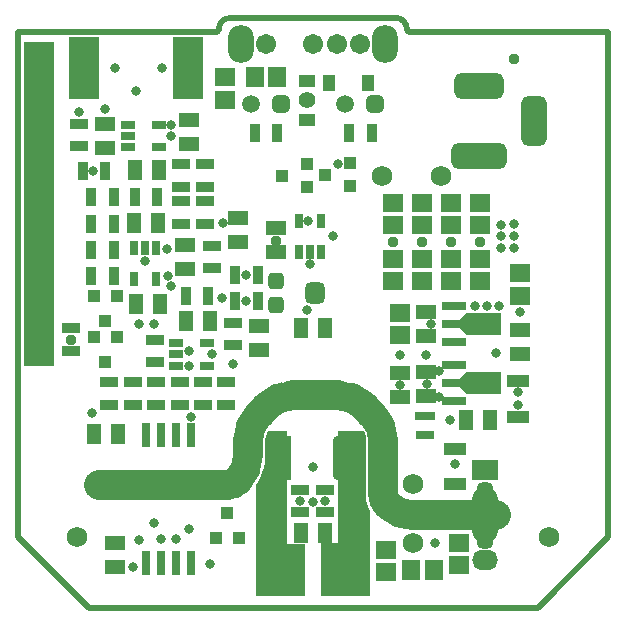
<source format=gts>
G04*
G04 #@! TF.GenerationSoftware,Altium Limited,CircuitStudio,1.5.2 (30)*
G04*
G04 Layer_Color=20142*
%FSLAX44Y44*%
%MOMM*%
G71*
G01*
G75*
%ADD33C,0.5000*%
%ADD36C,2.5000*%
%ADD60R,2.5000X27.5000*%
%ADD61R,1.8032X1.5032*%
%ADD62R,0.8032X1.2032*%
%ADD63R,2.6162X5.2832*%
%ADD64R,1.2032X1.7272*%
%ADD65R,0.4532X0.4532*%
%ADD66R,2.0932X0.7432*%
%ADD67R,1.5032X1.8032*%
%ADD68R,1.5032X0.9032*%
%ADD69R,0.9032X1.5032*%
%ADD70R,1.0160X1.1176*%
%ADD71R,1.1176X1.0160*%
%ADD72R,1.7272X1.2032*%
%ADD73R,1.2032X0.8032*%
%ADD74R,1.1132X1.4232*%
%ADD75R,1.9052X1.1172*%
%ADD76R,1.6032X0.8032*%
%ADD77R,1.6532X0.8032*%
G04:AMPARAMS|DCode=78|XSize=1.8032mm|YSize=3.7032mm|CornerRadius=0.3016mm|HoleSize=0mm|Usage=FLASHONLY|Rotation=0.000|XOffset=0mm|YOffset=0mm|HoleType=Round|Shape=RoundedRectangle|*
%AMROUNDEDRECTD78*
21,1,1.8032,3.1000,0,0,0.0*
21,1,1.2000,3.7032,0,0,0.0*
1,1,0.6032,0.6000,-1.5500*
1,1,0.6032,-0.6000,-1.5500*
1,1,0.6032,-0.6000,1.5500*
1,1,0.6032,0.6000,1.5500*
%
%ADD78ROUNDEDRECTD78*%
%ADD79R,1.8032X3.7032*%
%ADD80R,1.4232X1.1132*%
G04:AMPARAMS|DCode=81|XSize=1.4032mm|YSize=1.4032mm|CornerRadius=0.4016mm|HoleSize=0mm|Usage=FLASHONLY|Rotation=270.000|XOffset=0mm|YOffset=0mm|HoleType=Round|Shape=RoundedRectangle|*
%AMROUNDEDRECTD81*
21,1,1.4032,0.6000,0,0,270.0*
21,1,0.6000,1.4032,0,0,270.0*
1,1,0.8032,-0.3000,-0.3000*
1,1,0.8032,-0.3000,0.3000*
1,1,0.8032,0.3000,0.3000*
1,1,0.8032,0.3000,-0.3000*
%
%ADD81ROUNDEDRECTD81*%
G04:AMPARAMS|DCode=82|XSize=1.8032mm|YSize=1.7032mm|CornerRadius=0.4766mm|HoleSize=0mm|Usage=FLASHONLY|Rotation=270.000|XOffset=0mm|YOffset=0mm|HoleType=Round|Shape=RoundedRectangle|*
%AMROUNDEDRECTD82*
21,1,1.8032,0.7500,0,0,270.0*
21,1,0.8500,1.7032,0,0,270.0*
1,1,0.9532,-0.3750,-0.4250*
1,1,0.9532,-0.3750,0.4250*
1,1,0.9532,0.3750,0.4250*
1,1,0.9532,0.3750,-0.4250*
%
%ADD82ROUNDEDRECTD82*%
%ADD83R,0.8032X2.0032*%
%ADD84C,1.7272*%
%ADD85C,1.5032*%
G04:AMPARAMS|DCode=86|XSize=1.5032mm|YSize=1.5032mm|CornerRadius=0.4266mm|HoleSize=0mm|Usage=FLASHONLY|Rotation=180.000|XOffset=0mm|YOffset=0mm|HoleType=Round|Shape=RoundedRectangle|*
%AMROUNDEDRECTD86*
21,1,1.5032,0.6500,0,0,180.0*
21,1,0.6500,1.5032,0,0,180.0*
1,1,0.8532,-0.3250,0.3250*
1,1,0.8532,0.3250,0.3250*
1,1,0.8532,0.3250,-0.3250*
1,1,0.8532,-0.3250,-0.3250*
%
%ADD86ROUNDEDRECTD86*%
G04:AMPARAMS|DCode=87|XSize=2.2032mm|YSize=4.2032mm|CornerRadius=0.6016mm|HoleSize=0mm|Usage=FLASHONLY|Rotation=90.000|XOffset=0mm|YOffset=0mm|HoleType=Round|Shape=RoundedRectangle|*
%AMROUNDEDRECTD87*
21,1,2.2032,3.0000,0,0,90.0*
21,1,1.0000,4.2032,0,0,90.0*
1,1,1.2032,1.5000,0.5000*
1,1,1.2032,1.5000,-0.5000*
1,1,1.2032,-1.5000,-0.5000*
1,1,1.2032,-1.5000,0.5000*
%
%ADD87ROUNDEDRECTD87*%
G04:AMPARAMS|DCode=88|XSize=2.2032mm|YSize=4.7032mm|CornerRadius=0.6016mm|HoleSize=0mm|Usage=FLASHONLY|Rotation=270.000|XOffset=0mm|YOffset=0mm|HoleType=Round|Shape=RoundedRectangle|*
%AMROUNDEDRECTD88*
21,1,2.2032,3.5000,0,0,270.0*
21,1,1.0000,4.7032,0,0,270.0*
1,1,1.2032,-1.7500,-0.5000*
1,1,1.2032,-1.7500,0.5000*
1,1,1.2032,1.7500,0.5000*
1,1,1.2032,1.7500,-0.5000*
%
%ADD88ROUNDEDRECTD88*%
G04:AMPARAMS|DCode=89|XSize=2.2032mm|YSize=4.2032mm|CornerRadius=0.6016mm|HoleSize=0mm|Usage=FLASHONLY|Rotation=180.000|XOffset=0mm|YOffset=0mm|HoleType=Round|Shape=RoundedRectangle|*
%AMROUNDEDRECTD89*
21,1,2.2032,3.0000,0,0,180.0*
21,1,1.0000,4.2032,0,0,180.0*
1,1,1.2032,-0.5000,1.5000*
1,1,1.2032,0.5000,1.5000*
1,1,1.2032,0.5000,-1.5000*
1,1,1.2032,-0.5000,-1.5000*
%
%ADD89ROUNDEDRECTD89*%
%ADD90C,1.7032*%
%ADD91O,2.2032X3.2032*%
%ADD92C,2.7432*%
%ADD93O,2.2032X1.7032*%
%ADD94C,2.2032*%
%ADD95R,2.2032X1.7032*%
%ADD96C,0.8032*%
%ADD97C,1.4032*%
%ADD98C,0.9532*%
%ADD99C,1.4532*%
G36*
X476002Y498448D02*
X476924Y495410D01*
X477244Y492152D01*
X477158Y447369D01*
X477123Y447302D01*
X477093Y447004D01*
X477035Y446711D01*
X477055Y446611D01*
X477045Y446511D01*
X477531Y441570D01*
X477590Y441378D01*
X477609Y441178D01*
X479050Y436427D01*
X479145Y436250D01*
X479203Y436058D01*
X481000Y432696D01*
X481000Y360898D01*
X480102Y360000D01*
X440393D01*
X439495Y360898D01*
X439507Y405000D01*
X453500D01*
X453500Y458000D01*
Y500000D01*
X475172Y500000D01*
X476002Y498448D01*
D02*
G37*
G36*
X410500Y500000D02*
Y458000D01*
X410500Y404000D01*
X425494D01*
X425505Y360898D01*
X424607Y360000D01*
X384898D01*
X384000Y360898D01*
X384000Y453950D01*
X385896Y456789D01*
X385948Y456913D01*
X386030Y457020D01*
X388532Y462094D01*
X388567Y462224D01*
X388634Y462341D01*
X390453Y467699D01*
X390471Y467832D01*
X390522Y467956D01*
X391626Y473506D01*
Y473641D01*
X391661Y473770D01*
X392031Y479417D01*
X392022Y479484D01*
X392035Y479550D01*
Y479550D01*
X392034Y479557D01*
X392035Y479565D01*
X391943Y492265D01*
X391891Y492516D01*
X392176Y495410D01*
X393098Y498448D01*
X393927Y500000D01*
X410500Y500000D01*
D02*
G37*
G36*
X591750Y599750D02*
Y581750D01*
X562251Y581749D01*
X556749Y587250D01*
X541250Y587250D01*
Y594250D01*
X556750Y594249D01*
X562249Y599750D01*
X591750Y599750D01*
D02*
G37*
G36*
Y549750D02*
Y531750D01*
X562251Y531749D01*
X556749Y537250D01*
X541250Y537250D01*
Y544250D01*
X556750Y544249D01*
X562249Y549750D01*
X591750Y549750D01*
D02*
G37*
D33*
X350049Y837549D02*
G03*
X352549Y840049I0J2500D01*
G01*
X362549Y850049D02*
G03*
X352549Y840049I0J-10000D01*
G01*
X512000D02*
G03*
X514500Y837549I2500J0D01*
G01*
X512000Y840049D02*
G03*
X502000Y850049I-10000J0D01*
G01*
X362549D02*
X502000D01*
X667500Y837549D02*
X682500D01*
X514500D02*
X667500D01*
X182500Y837500D02*
X350049D01*
X682500Y410000D02*
Y837549D01*
X622600Y350100D02*
X682500Y410000D01*
X182500D02*
Y837500D01*
X242400Y350100D02*
X622600D01*
X182500Y410000D02*
X242400Y350100D01*
D36*
X359439Y454150D02*
G03*
X368420Y457870I0J12700D01*
G01*
D02*
G03*
X377400Y479550I-21680J21680D01*
G01*
X386380Y513930D02*
G03*
X377400Y492250I21680J-21680D01*
G01*
X415500Y530350D02*
G03*
X393820Y521370I0J-30661D01*
G01*
X475280D02*
G03*
X453600Y530350I-21680J-21680D01*
G01*
X491700Y492250D02*
G03*
X482720Y513930I-30661J0D01*
G01*
X491700Y446711D02*
G03*
X495420Y437730I12700J0D01*
G01*
D02*
G03*
X517100Y428750I21680J21680D01*
G01*
X251000Y454150D02*
X359439D01*
X377400Y479550D02*
Y492250D01*
X386380Y513930D02*
X393820Y521370D01*
X415500Y530350D02*
X453600D01*
X475280Y521370D02*
X482720Y513930D01*
X491700Y446711D02*
Y492250D01*
X517100Y428750D02*
X587250D01*
D60*
X200000Y692500D02*
D03*
D61*
X556000Y405500D02*
D03*
Y386500D02*
D03*
X549020Y674210D02*
D03*
Y693210D02*
D03*
X573597Y674210D02*
D03*
Y693210D02*
D03*
X524443Y674210D02*
D03*
Y693210D02*
D03*
X499867Y674210D02*
D03*
Y693210D02*
D03*
X505840Y581250D02*
D03*
Y600250D02*
D03*
X549020Y645710D02*
D03*
Y626710D02*
D03*
X573597Y645710D02*
D03*
Y626710D02*
D03*
X524443Y645710D02*
D03*
Y626710D02*
D03*
X499867Y645710D02*
D03*
Y626710D02*
D03*
X357500Y799500D02*
D03*
Y780500D02*
D03*
X494000Y380500D02*
D03*
Y399500D02*
D03*
X607500Y633500D02*
D03*
Y614500D02*
D03*
D62*
X420500Y678002D02*
D03*
X439499D02*
D03*
Y651998D02*
D03*
X430000D02*
D03*
X420500D02*
D03*
X299499Y655002D02*
D03*
X290000D02*
D03*
X280500D02*
D03*
Y628998D02*
D03*
X299499D02*
D03*
D63*
X238685Y807000D02*
D03*
X326315D02*
D03*
D64*
X422340Y414000D02*
D03*
X442660D02*
D03*
X280840Y676000D02*
D03*
X301160D02*
D03*
X324590Y593000D02*
D03*
X344910D02*
D03*
X281270Y720730D02*
D03*
X301590D02*
D03*
X247340Y497500D02*
D03*
X267660D02*
D03*
X562090Y509750D02*
D03*
X582410D02*
D03*
X282840Y607500D02*
D03*
X303160D02*
D03*
X422340Y587500D02*
D03*
X442660D02*
D03*
D65*
X582750Y590750D02*
D03*
Y540750D02*
D03*
D66*
X551750Y575750D02*
D03*
Y605750D02*
D03*
Y525750D02*
D03*
Y555750D02*
D03*
D67*
X383000Y800000D02*
D03*
X402000D02*
D03*
X534500Y382000D02*
D03*
X515500D02*
D03*
D68*
X359000Y541250D02*
D03*
Y522250D02*
D03*
X260000Y541250D02*
D03*
Y522250D02*
D03*
X339200Y541250D02*
D03*
Y522250D02*
D03*
X279800Y541250D02*
D03*
Y522250D02*
D03*
X299000Y577500D02*
D03*
Y558500D02*
D03*
X442500Y431500D02*
D03*
Y450500D02*
D03*
X321000Y675500D02*
D03*
Y694500D02*
D03*
X319400Y541250D02*
D03*
Y522250D02*
D03*
X321000Y726000D02*
D03*
Y707000D02*
D03*
X341000Y726000D02*
D03*
Y707000D02*
D03*
X365000Y591500D02*
D03*
Y572500D02*
D03*
X299600Y541250D02*
D03*
Y522250D02*
D03*
X421500Y431500D02*
D03*
Y450500D02*
D03*
X227500Y587000D02*
D03*
Y568000D02*
D03*
X341000Y675500D02*
D03*
Y694500D02*
D03*
X234250Y760250D02*
D03*
Y741250D02*
D03*
X347000Y638000D02*
D03*
Y657000D02*
D03*
D69*
X300500Y698000D02*
D03*
X281500D02*
D03*
X263500Y631000D02*
D03*
X244500D02*
D03*
X263500Y675667D02*
D03*
X244500D02*
D03*
X263500Y698000D02*
D03*
X244500D02*
D03*
X383000Y752000D02*
D03*
X402000D02*
D03*
X263500Y653333D02*
D03*
X244500D02*
D03*
X237549Y719790D02*
D03*
X256549D02*
D03*
X463000Y752000D02*
D03*
X482000D02*
D03*
X366500Y610000D02*
D03*
X385500D02*
D03*
Y632000D02*
D03*
X366500D02*
D03*
X343500Y614000D02*
D03*
X324500D02*
D03*
D70*
X359924Y430588D02*
D03*
X369576Y409412D02*
D03*
X350424D02*
D03*
X256576Y558412D02*
D03*
X246924Y579588D02*
D03*
X266076D02*
D03*
Y614588D02*
D03*
X246924D02*
D03*
X256576Y593412D02*
D03*
D71*
X442896Y717064D02*
D03*
X464072Y726716D02*
D03*
Y707564D02*
D03*
X427322Y706564D02*
D03*
Y725716D02*
D03*
X406146Y716064D02*
D03*
D72*
X387000Y589160D02*
D03*
Y568840D02*
D03*
X265000Y405160D02*
D03*
Y384840D02*
D03*
X256500Y760160D02*
D03*
Y739840D02*
D03*
X506000Y549410D02*
D03*
Y529090D02*
D03*
X528250Y549660D02*
D03*
Y529340D02*
D03*
X327500Y743174D02*
D03*
Y763494D02*
D03*
X401000Y651840D02*
D03*
Y672160D02*
D03*
X324000Y657160D02*
D03*
Y636840D02*
D03*
X607250Y585910D02*
D03*
Y565590D02*
D03*
X528250Y580590D02*
D03*
Y600910D02*
D03*
X368500Y680160D02*
D03*
Y659840D02*
D03*
D73*
X275748Y759500D02*
D03*
Y750000D02*
D03*
Y740500D02*
D03*
X301752D02*
D03*
Y759500D02*
D03*
X316747Y574500D02*
D03*
Y565000D02*
D03*
Y555500D02*
D03*
X342752D02*
D03*
Y574500D02*
D03*
D74*
X478850Y795000D02*
D03*
X446150D02*
D03*
D75*
X552750Y485220D02*
D03*
Y454780D02*
D03*
X605750Y542220D02*
D03*
Y511780D02*
D03*
D76*
X527500Y497000D02*
D03*
D77*
Y513000D02*
D03*
D78*
X459000Y477500D02*
D03*
D79*
X405000D02*
D03*
D80*
X427500Y796350D02*
D03*
Y763650D02*
D03*
D81*
X401000Y627000D02*
D03*
Y607000D02*
D03*
D82*
X434000Y617000D02*
D03*
D83*
X290950Y497000D02*
D03*
X303650D02*
D03*
X316350D02*
D03*
X329050D02*
D03*
Y388000D02*
D03*
X316350D02*
D03*
X303650D02*
D03*
X290950D02*
D03*
D84*
X541000Y716250D02*
D03*
X491000D02*
D03*
X232500Y410000D02*
D03*
X632500D02*
D03*
X517000Y405000D02*
D03*
Y455000D02*
D03*
D85*
X379800Y777000D02*
D03*
X459800D02*
D03*
D86*
X405200D02*
D03*
X485200D02*
D03*
D87*
X572500Y792500D02*
D03*
D88*
Y732500D02*
D03*
D89*
X619500Y762500D02*
D03*
D90*
X392500Y827500D02*
D03*
X432500D02*
D03*
X452500D02*
D03*
X472500D02*
D03*
D91*
X371500D02*
D03*
X493500D02*
D03*
D92*
X457900Y390000D02*
D03*
X407100D02*
D03*
D93*
X578250Y390650D02*
D03*
D94*
Y416050D02*
D03*
Y441450D02*
D03*
D95*
Y466850D02*
D03*
D96*
X591750Y655000D02*
D03*
Y665000D02*
D03*
Y674250D02*
D03*
X602500Y655000D02*
D03*
Y665000D02*
D03*
Y675000D02*
D03*
X197500Y590000D02*
D03*
Y575000D02*
D03*
Y560000D02*
D03*
Y635000D02*
D03*
Y620000D02*
D03*
Y605000D02*
D03*
Y680000D02*
D03*
Y665000D02*
D03*
Y650000D02*
D03*
Y725000D02*
D03*
Y710000D02*
D03*
Y695000D02*
D03*
Y770000D02*
D03*
Y755000D02*
D03*
Y740000D02*
D03*
Y785000D02*
D03*
Y800000D02*
D03*
Y815000D02*
D03*
X312500Y622500D02*
D03*
X355000Y612500D02*
D03*
X548250Y509750D02*
D03*
X282500Y787750D02*
D03*
X539250Y550500D02*
D03*
X449500Y665000D02*
D03*
X376000Y632000D02*
D03*
Y610000D02*
D03*
X256500Y773000D02*
D03*
X234250Y769751D02*
D03*
X569750Y605750D02*
D03*
X607250Y600750D02*
D03*
X532250Y590750D02*
D03*
X569750D02*
D03*
X587250Y565749D02*
D03*
X528250Y564750D02*
D03*
X506000Y564500D02*
D03*
X304500Y807500D02*
D03*
X264500D02*
D03*
X536000Y405660D02*
D03*
X327250Y555250D02*
D03*
X552750Y472000D02*
D03*
X605750Y522250D02*
D03*
Y532750D02*
D03*
X528500Y539500D02*
D03*
X539250Y529090D02*
D03*
X347250Y565000D02*
D03*
X298001Y590499D02*
D03*
X453234Y725716D02*
D03*
X506250Y539249D02*
D03*
X428000Y678000D02*
D03*
X429500Y641500D02*
D03*
X421500Y441000D02*
D03*
X442500D02*
D03*
X327000Y568000D02*
D03*
X246049Y719790D02*
D03*
X365000Y557000D02*
D03*
X290000Y644000D02*
D03*
X309000Y654000D02*
D03*
X309382Y631000D02*
D03*
X356000Y676000D02*
D03*
X284875Y590500D02*
D03*
X312500Y750000D02*
D03*
Y759502D02*
D03*
X590000Y605750D02*
D03*
X580000D02*
D03*
X427500Y602500D02*
D03*
X245000Y515000D02*
D03*
X329050Y511550D02*
D03*
X280000Y385000D02*
D03*
X303650Y408748D02*
D03*
X316350Y408850D02*
D03*
X432500Y470000D02*
D03*
Y440000D02*
D03*
X345000Y387500D02*
D03*
X285000Y407500D02*
D03*
X297500Y422500D02*
D03*
X327500Y417500D02*
D03*
D97*
X427500Y780000D02*
D03*
D98*
X573597Y660000D02*
D03*
X549020D02*
D03*
X524443D02*
D03*
X499867D02*
D03*
X401000Y661000D02*
D03*
X227500Y577500D02*
D03*
X602500Y815000D02*
D03*
D99*
X578250Y407164D02*
D03*
Y450336D02*
D03*
M02*

</source>
